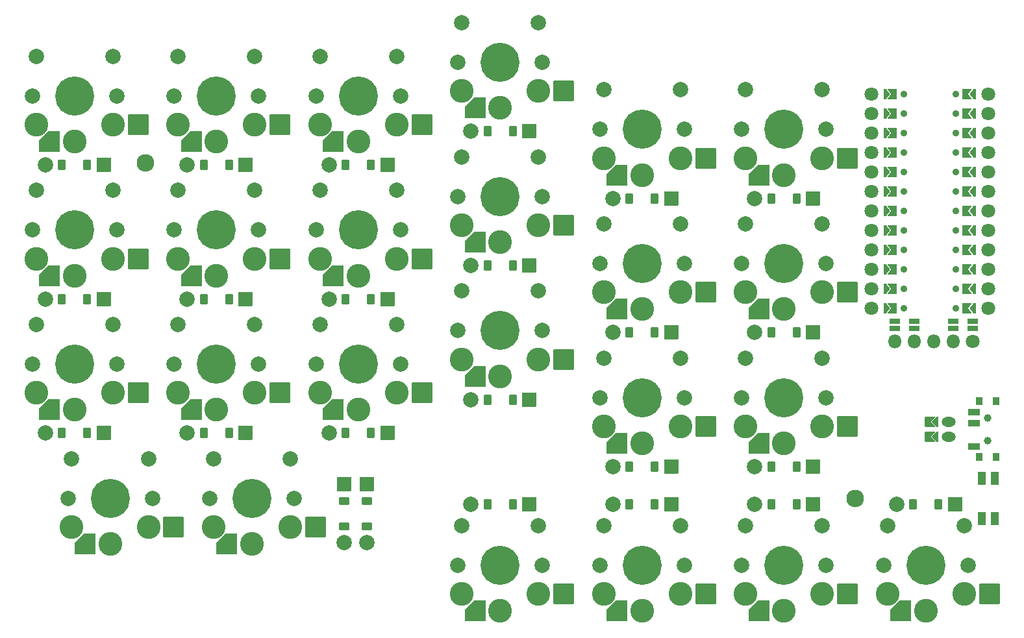
<source format=gbr>
%TF.GenerationSoftware,KiCad,Pcbnew,8.0.7*%
%TF.CreationDate,2025-01-06T08:36:51-06:00*%
%TF.ProjectId,omega_pcb_mbx_v0.3,6f6d6567-615f-4706-9362-5f6d62785f76,v1.0.0*%
%TF.SameCoordinates,Original*%
%TF.FileFunction,Soldermask,Top*%
%TF.FilePolarity,Negative*%
%FSLAX46Y46*%
G04 Gerber Fmt 4.6, Leading zero omitted, Abs format (unit mm)*
G04 Created by KiCad (PCBNEW 8.0.7) date 2025-01-06 08:36:51*
%MOMM*%
%LPD*%
G01*
G04 APERTURE LIST*
G04 Aperture macros list*
%AMRoundRect*
0 Rectangle with rounded corners*
0 $1 Rounding radius*
0 $2 $3 $4 $5 $6 $7 $8 $9 X,Y pos of 4 corners*
0 Add a 4 corners polygon primitive as box body*
4,1,4,$2,$3,$4,$5,$6,$7,$8,$9,$2,$3,0*
0 Add four circle primitives for the rounded corners*
1,1,$1+$1,$2,$3*
1,1,$1+$1,$4,$5*
1,1,$1+$1,$6,$7*
1,1,$1+$1,$8,$9*
0 Add four rect primitives between the rounded corners*
20,1,$1+$1,$2,$3,$4,$5,0*
20,1,$1+$1,$4,$5,$6,$7,0*
20,1,$1+$1,$6,$7,$8,$9,0*
20,1,$1+$1,$8,$9,$2,$3,0*%
%AMFreePoly0*
4,1,14,1.335355,1.335355,1.350000,1.300000,1.350000,-0.117000,1.335355,-0.152355,0.152355,-1.335355,0.117000,-1.350000,-1.300000,-1.350000,-1.335355,-1.335355,-1.350000,-1.300000,-1.350000,1.300000,-1.335355,1.335355,-1.300000,1.350000,1.300000,1.350000,1.335355,1.335355,1.335355,1.335355,$1*%
%AMFreePoly1*
4,1,16,-0.214645,0.660355,-0.210957,0.656235,0.289043,0.031235,0.299694,-0.005522,0.289043,-0.031235,-0.210957,-0.656235,-0.244478,-0.674694,-0.250000,-0.675000,-0.500000,-0.675000,-0.535355,-0.660355,-0.550000,-0.625000,-0.550000,0.625000,-0.535355,0.660355,-0.500000,0.675000,-0.250000,0.675000,-0.214645,0.660355,-0.214645,0.660355,$1*%
%AMFreePoly2*
4,1,16,0.535355,0.660355,0.550000,0.625000,0.550000,-0.625000,0.535355,-0.660355,0.500000,-0.675000,-0.650000,-0.675000,-0.685355,-0.660355,-0.700000,-0.625000,-0.689043,-0.593765,-0.214031,0.000000,-0.689043,0.593765,-0.699694,0.630522,-0.681235,0.664043,-0.650000,0.675000,0.500000,0.675000,0.535355,0.660355,0.535355,0.660355,$1*%
%AMFreePoly3*
4,1,16,0.635355,0.285355,0.650000,0.250000,0.650000,-1.000000,0.635355,-1.035355,0.600000,-1.050000,0.564645,-1.035355,0.000000,-0.470710,-0.564645,-1.035355,-0.600000,-1.050000,-0.635355,-1.035355,-0.650000,-1.000000,-0.650000,0.250000,-0.635355,0.285355,-0.600000,0.300000,0.600000,0.300000,0.635355,0.285355,0.635355,0.285355,$1*%
%AMFreePoly4*
4,1,14,0.035355,0.435355,0.635355,-0.164645,0.650000,-0.200000,0.650000,-0.400000,0.635355,-0.435355,0.600000,-0.450000,-0.600000,-0.450000,-0.635355,-0.435355,-0.650000,-0.400000,-0.650000,-0.200000,-0.635355,-0.164645,-0.035355,0.435355,0.000000,0.450000,0.035355,0.435355,0.035355,0.435355,$1*%
G04 Aperture macros list end*
%ADD10RoundRect,0.050000X0.889000X0.889000X-0.889000X0.889000X-0.889000X-0.889000X0.889000X-0.889000X0*%
%ADD11RoundRect,0.050000X0.450000X0.600000X-0.450000X0.600000X-0.450000X-0.600000X0.450000X-0.600000X0*%
%ADD12C,2.005000*%
%ADD13RoundRect,0.050000X-0.889000X0.889000X-0.889000X-0.889000X0.889000X-0.889000X0.889000X0.889000X0*%
%ADD14RoundRect,0.050000X-0.600000X0.450000X-0.600000X-0.450000X0.600000X-0.450000X0.600000X0.450000X0*%
%ADD15O,1.800000X1.800000*%
%ADD16C,1.800000*%
%ADD17RoundRect,0.050000X0.600000X-0.300000X0.600000X0.300000X-0.600000X0.300000X-0.600000X-0.300000X0*%
%ADD18C,2.300000*%
%ADD19C,2.000000*%
%ADD20C,3.100000*%
%ADD21C,5.100000*%
%ADD22FreePoly0,180.000000*%
%ADD23RoundRect,0.050000X1.300000X1.300000X-1.300000X1.300000X-1.300000X-1.300000X1.300000X-1.300000X0*%
%ADD24RoundRect,0.050000X0.500000X-0.775000X0.500000X0.775000X-0.500000X0.775000X-0.500000X-0.775000X0*%
%ADD25FreePoly1,180.000000*%
%ADD26FreePoly1,0.000000*%
%ADD27C,0.900000*%
%ADD28FreePoly2,180.000000*%
%ADD29FreePoly2,0.000000*%
%ADD30RoundRect,0.050000X0.400000X-0.500000X0.400000X0.500000X-0.400000X0.500000X-0.400000X-0.500000X0*%
%ADD31C,1.000000*%
%ADD32RoundRect,0.050000X0.750000X-0.350000X0.750000X0.350000X-0.750000X0.350000X-0.750000X-0.350000X0*%
%ADD33FreePoly3,90.000000*%
%ADD34O,1.850000X1.300000*%
%ADD35FreePoly4,90.000000*%
G04 APERTURE END LIST*
D10*
%TO.C,D4*%
X62310000Y-89000000D03*
D11*
X60150000Y-89000000D03*
X56850000Y-89000000D03*
D12*
X54690000Y-89000000D03*
%TD*%
D10*
%TO.C,D19*%
X99310000Y-98250000D03*
D11*
X97150000Y-98250000D03*
X93850000Y-98250000D03*
D12*
X91690000Y-98250000D03*
%TD*%
D10*
%TO.C,D18*%
X136310000Y-58375000D03*
D11*
X134150000Y-58375000D03*
X130850000Y-58375000D03*
D12*
X128690000Y-58375000D03*
%TD*%
D10*
%TO.C,D10*%
X99310000Y-84625000D03*
D11*
X97150000Y-84625000D03*
X93850000Y-84625000D03*
D12*
X91690000Y-84625000D03*
%TD*%
D10*
%TO.C,D8*%
X80810000Y-71500000D03*
D11*
X78650000Y-71500000D03*
X75350000Y-71500000D03*
D12*
X73190000Y-71500000D03*
%TD*%
D10*
%TO.C,D21*%
X136310000Y-98250000D03*
D11*
X134150000Y-98250000D03*
X130850000Y-98250000D03*
D12*
X128690000Y-98250000D03*
%TD*%
D10*
%TO.C,D14*%
X117810000Y-75875000D03*
D11*
X115650000Y-75875000D03*
X112350000Y-75875000D03*
D12*
X110190000Y-75875000D03*
%TD*%
D10*
%TO.C,D15*%
X117810000Y-58375000D03*
D11*
X115650000Y-58375000D03*
X112350000Y-58375000D03*
D12*
X110190000Y-58375000D03*
%TD*%
D10*
%TO.C,D1*%
X43810000Y-89000000D03*
D11*
X41650000Y-89000000D03*
X38350000Y-89000000D03*
D12*
X36190000Y-89000000D03*
%TD*%
D10*
%TO.C,D9*%
X80810000Y-54000000D03*
D11*
X78650000Y-54000000D03*
X75350000Y-54000000D03*
D12*
X73190000Y-54000000D03*
%TD*%
D10*
%TO.C,D12*%
X99310000Y-49625000D03*
D11*
X97150000Y-49625000D03*
X93850000Y-49625000D03*
D12*
X91690000Y-49625000D03*
%TD*%
D10*
%TO.C,D20*%
X117810000Y-98250000D03*
D11*
X115650000Y-98250000D03*
X112350000Y-98250000D03*
D12*
X110190000Y-98250000D03*
%TD*%
D10*
%TO.C,D16*%
X136310000Y-93375000D03*
D11*
X134150000Y-93375000D03*
X130850000Y-93375000D03*
D12*
X128690000Y-93375000D03*
%TD*%
D10*
%TO.C,D5*%
X62310000Y-71500000D03*
D11*
X60150000Y-71500000D03*
X56850000Y-71500000D03*
D12*
X54690000Y-71500000D03*
%TD*%
D10*
%TO.C,D7*%
X80810000Y-89000000D03*
D11*
X78650000Y-89000000D03*
X75350000Y-89000000D03*
D12*
X73190000Y-89000000D03*
%TD*%
D10*
%TO.C,D22*%
X154810000Y-98250000D03*
D11*
X152650000Y-98250000D03*
X149350000Y-98250000D03*
D12*
X147190000Y-98250000D03*
%TD*%
D13*
%TO.C,D24*%
X75125000Y-95690000D03*
D14*
X75125000Y-97850000D03*
X75125000Y-101150000D03*
D12*
X75125000Y-103310000D03*
%TD*%
D13*
%TO.C,D23*%
X78125000Y-95690000D03*
D14*
X78125000Y-97850000D03*
X78125000Y-101150000D03*
D12*
X78125000Y-103310000D03*
%TD*%
D10*
%TO.C,D3*%
X43810000Y-54000000D03*
D11*
X41650000Y-54000000D03*
X38350000Y-54000000D03*
D12*
X36190000Y-54000000D03*
%TD*%
D10*
%TO.C,D17*%
X136310000Y-75875000D03*
D11*
X134150000Y-75875000D03*
X130850000Y-75875000D03*
D12*
X128690000Y-75875000D03*
%TD*%
D15*
%TO.C,DISP1*%
X146920000Y-77075000D03*
X149460000Y-77075000D03*
X152000000Y-77075000D03*
X154540000Y-77075000D03*
D16*
X157080000Y-77075000D03*
D17*
X146920000Y-75325000D03*
X149460000Y-75325000D03*
X154540000Y-75325000D03*
X157080000Y-75325000D03*
X146920000Y-74425000D03*
X149460000Y-74425000D03*
X154540000Y-74425000D03*
X157080000Y-74425000D03*
%TD*%
D10*
%TO.C,D6*%
X62310000Y-54000000D03*
D11*
X60150000Y-54000000D03*
X56850000Y-54000000D03*
D12*
X54690000Y-54000000D03*
%TD*%
D10*
%TO.C,D13*%
X117810000Y-93375000D03*
D11*
X115650000Y-93375000D03*
X112350000Y-93375000D03*
D12*
X110190000Y-93375000D03*
%TD*%
D10*
%TO.C,D2*%
X43810000Y-71500000D03*
D11*
X41650000Y-71500000D03*
X38350000Y-71500000D03*
D12*
X36190000Y-71500000D03*
%TD*%
D18*
%TO.C,MH1*%
X49250000Y-53750000D03*
%TD*%
D10*
%TO.C,D11*%
X99310000Y-67125000D03*
D11*
X97150000Y-67125000D03*
X93850000Y-67125000D03*
D12*
X91690000Y-67125000D03*
%TD*%
D18*
%TO.C,MH2*%
X141750000Y-97500000D03*
%TD*%
D19*
%TO.C,S7*%
X82500000Y-80000000D03*
D20*
X82000000Y-83750000D03*
D19*
X82000000Y-74850000D03*
D20*
X77000000Y-85950000D03*
D21*
X77000000Y-80000000D03*
D20*
X72000000Y-83750000D03*
D19*
X72000000Y-74850000D03*
X71500000Y-80000000D03*
D22*
X73725000Y-85950000D03*
D23*
X85275000Y-83750000D03*
%TD*%
D19*
%TO.C,S14*%
X119500000Y-66875000D03*
D20*
X119000000Y-70625000D03*
D19*
X119000000Y-61725000D03*
D20*
X114000000Y-72825000D03*
D21*
X114000000Y-66875000D03*
D20*
X109000000Y-70625000D03*
D19*
X109000000Y-61725000D03*
X108500000Y-66875000D03*
D22*
X110725000Y-72825000D03*
D23*
X122275000Y-70625000D03*
%TD*%
D24*
%TO.C,RST1*%
X160000000Y-100125000D03*
X158300000Y-100125000D03*
X160000000Y-94875000D03*
X158300000Y-94875000D03*
%TD*%
D19*
%TO.C,S4*%
X64000000Y-80000000D03*
D20*
X63500000Y-83750000D03*
D19*
X63500000Y-74850000D03*
D20*
X58500000Y-85950000D03*
D21*
X58500000Y-80000000D03*
D20*
X53500000Y-83750000D03*
D19*
X53500000Y-74850000D03*
X53000000Y-80000000D03*
D22*
X55225000Y-85950000D03*
D23*
X66775000Y-83750000D03*
%TD*%
D19*
%TO.C,S13*%
X119500000Y-84375000D03*
D20*
X119000000Y-88125000D03*
D19*
X119000000Y-79225000D03*
D20*
X114000000Y-90325000D03*
D21*
X114000000Y-84375000D03*
D20*
X109000000Y-88125000D03*
D19*
X109000000Y-79225000D03*
X108500000Y-84375000D03*
D22*
X110725000Y-90325000D03*
D23*
X122275000Y-88125000D03*
%TD*%
D19*
%TO.C,S6*%
X64000000Y-45000000D03*
D20*
X63500000Y-48750000D03*
D19*
X63500000Y-39850000D03*
D20*
X58500000Y-50950000D03*
D21*
X58500000Y-45000000D03*
D20*
X53500000Y-48750000D03*
D19*
X53500000Y-39850000D03*
X53000000Y-45000000D03*
D22*
X55225000Y-50950000D03*
D23*
X66775000Y-48750000D03*
%TD*%
D25*
%TO.C,MCU1*%
X157000000Y-44775000D03*
D16*
X159120000Y-44775000D03*
D25*
X157000000Y-47315000D03*
D16*
X159120000Y-47315000D03*
D25*
X157000000Y-49855000D03*
D16*
X159120000Y-49855000D03*
D25*
X157000000Y-52395000D03*
D16*
X159120000Y-52395000D03*
D25*
X157000000Y-54935000D03*
D16*
X159120000Y-54935000D03*
D25*
X157000000Y-57475000D03*
D16*
X159120000Y-57475000D03*
D25*
X157000000Y-60015000D03*
D16*
X159120000Y-60015000D03*
D25*
X157000000Y-62555000D03*
D16*
X159120000Y-62555000D03*
D25*
X157000000Y-65095000D03*
D16*
X159120000Y-65095000D03*
D25*
X157000000Y-67635000D03*
D16*
X159120000Y-67635000D03*
D25*
X157000000Y-70175000D03*
D16*
X159120000Y-70175000D03*
D25*
X157000000Y-72715000D03*
D16*
X159120000Y-72715000D03*
X143880000Y-72715000D03*
D26*
X146000000Y-72715000D03*
D16*
X143880000Y-70175000D03*
D26*
X146000000Y-70175000D03*
D16*
X143880000Y-67635000D03*
D26*
X146000000Y-67635000D03*
D16*
X143880000Y-65095000D03*
D26*
X146000000Y-65095000D03*
D16*
X143880000Y-62555000D03*
D26*
X146000000Y-62555000D03*
D16*
X143880000Y-60015000D03*
D26*
X146000000Y-60015000D03*
D16*
X143880000Y-57475000D03*
D26*
X146000000Y-57475000D03*
D16*
X143880000Y-54935000D03*
D26*
X146000000Y-54935000D03*
D16*
X143880000Y-52395000D03*
D26*
X146000000Y-52395000D03*
D16*
X143880000Y-49855000D03*
D26*
X146000000Y-49855000D03*
D16*
X143880000Y-47315000D03*
D26*
X146000000Y-47315000D03*
D16*
X143880000Y-44775000D03*
D26*
X146000000Y-44775000D03*
D27*
X154900000Y-44775000D03*
D28*
X156275000Y-44775000D03*
D27*
X154900000Y-47315000D03*
D28*
X156275000Y-47315000D03*
D27*
X154900000Y-49855000D03*
D28*
X156275000Y-49855000D03*
D27*
X154900000Y-52395000D03*
D28*
X156275000Y-52395000D03*
D27*
X154900000Y-54935000D03*
D28*
X156275000Y-54935000D03*
D27*
X154900000Y-57475000D03*
D28*
X156275000Y-57475000D03*
D27*
X154900000Y-60015000D03*
D28*
X156275000Y-60015000D03*
D27*
X154900000Y-62555000D03*
D28*
X156275000Y-62555000D03*
D27*
X154900000Y-65095000D03*
D28*
X156275000Y-65095000D03*
D27*
X154900000Y-67635000D03*
D28*
X156275000Y-67635000D03*
D27*
X154900000Y-70175000D03*
D28*
X156275000Y-70175000D03*
D27*
X154900000Y-72715000D03*
D28*
X156275000Y-72715000D03*
D29*
X146725000Y-72715000D03*
D27*
X148100000Y-72715000D03*
D29*
X146725000Y-70175000D03*
D27*
X148100000Y-70175000D03*
D29*
X146725000Y-67635000D03*
D27*
X148100000Y-67635000D03*
D29*
X146725000Y-65095000D03*
D27*
X148100000Y-65095000D03*
D29*
X146725000Y-62555000D03*
D27*
X148100000Y-62555000D03*
D29*
X146725000Y-60015000D03*
D27*
X148100000Y-60015000D03*
D29*
X146725000Y-57475000D03*
D27*
X148100000Y-57475000D03*
D29*
X146725000Y-54935000D03*
D27*
X148100000Y-54935000D03*
D29*
X146725000Y-52395000D03*
D27*
X148100000Y-52395000D03*
D29*
X146725000Y-49855000D03*
D27*
X148100000Y-49855000D03*
D29*
X146725000Y-47315000D03*
D27*
X148100000Y-47315000D03*
D29*
X146725000Y-44775000D03*
D27*
X148100000Y-44775000D03*
%TD*%
D19*
%TO.C,S21*%
X101000000Y-106250000D03*
D20*
X100500000Y-110000000D03*
D19*
X100500000Y-101100000D03*
D20*
X95500000Y-112200000D03*
D21*
X95500000Y-106250000D03*
D20*
X90500000Y-110000000D03*
D19*
X90500000Y-101100000D03*
X90000000Y-106250000D03*
D22*
X92225000Y-112200000D03*
D23*
X103775000Y-110000000D03*
%TD*%
D19*
%TO.C,S8*%
X82500000Y-62500000D03*
D20*
X82000000Y-66250000D03*
D19*
X82000000Y-57350000D03*
D20*
X77000000Y-68450000D03*
D21*
X77000000Y-62500000D03*
D20*
X72000000Y-66250000D03*
D19*
X72000000Y-57350000D03*
X71500000Y-62500000D03*
D22*
X73725000Y-68450000D03*
D23*
X85275000Y-66250000D03*
%TD*%
D19*
%TO.C,S16*%
X138000000Y-84375000D03*
D20*
X137500000Y-88125000D03*
D19*
X137500000Y-79225000D03*
D20*
X132500000Y-90325000D03*
D21*
X132500000Y-84375000D03*
D20*
X127500000Y-88125000D03*
D19*
X127500000Y-79225000D03*
X127000000Y-84375000D03*
D22*
X129225000Y-90325000D03*
D23*
X140775000Y-88125000D03*
%TD*%
D19*
%TO.C,S9*%
X82500000Y-45000000D03*
D20*
X82000000Y-48750000D03*
D19*
X82000000Y-39850000D03*
D20*
X77000000Y-50950000D03*
D21*
X77000000Y-45000000D03*
D20*
X72000000Y-48750000D03*
D19*
X72000000Y-39850000D03*
X71500000Y-45000000D03*
D22*
X73725000Y-50950000D03*
D23*
X85275000Y-48750000D03*
%TD*%
D19*
%TO.C,S18*%
X138000000Y-49375000D03*
D20*
X137500000Y-53125000D03*
D19*
X137500000Y-44225000D03*
D20*
X132500000Y-55325000D03*
D21*
X132500000Y-49375000D03*
D20*
X127500000Y-53125000D03*
D19*
X127500000Y-44225000D03*
X127000000Y-49375000D03*
D22*
X129225000Y-55325000D03*
D23*
X140775000Y-53125000D03*
%TD*%
D19*
%TO.C,S20*%
X68625000Y-97500000D03*
D20*
X68125000Y-101250000D03*
D19*
X68125000Y-92350000D03*
D20*
X63125000Y-103450000D03*
D21*
X63125000Y-97500000D03*
D20*
X58125000Y-101250000D03*
D19*
X58125000Y-92350000D03*
X57625000Y-97500000D03*
D22*
X59850000Y-103450000D03*
D23*
X71400000Y-101250000D03*
%TD*%
D19*
%TO.C,S11*%
X101000000Y-58125000D03*
D20*
X100500000Y-61875000D03*
D19*
X100500000Y-52975000D03*
D20*
X95500000Y-64075000D03*
D21*
X95500000Y-58125000D03*
D20*
X90500000Y-61875000D03*
D19*
X90500000Y-52975000D03*
X90000000Y-58125000D03*
D22*
X92225000Y-64075000D03*
D23*
X103775000Y-61875000D03*
%TD*%
D19*
%TO.C,S3*%
X45500000Y-45000000D03*
D20*
X45000000Y-48750000D03*
D19*
X45000000Y-39850000D03*
D20*
X40000000Y-50950000D03*
D21*
X40000000Y-45000000D03*
D20*
X35000000Y-48750000D03*
D19*
X35000000Y-39850000D03*
X34500000Y-45000000D03*
D22*
X36725000Y-50950000D03*
D23*
X48275000Y-48750000D03*
%TD*%
D19*
%TO.C,S15*%
X119500000Y-49375000D03*
D20*
X119000000Y-53125000D03*
D19*
X119000000Y-44225000D03*
D20*
X114000000Y-55325000D03*
D21*
X114000000Y-49375000D03*
D20*
X109000000Y-53125000D03*
D19*
X109000000Y-44225000D03*
X108500000Y-49375000D03*
D22*
X110725000Y-55325000D03*
D23*
X122275000Y-53125000D03*
%TD*%
D19*
%TO.C,S1*%
X45500000Y-80000000D03*
D20*
X45000000Y-83750000D03*
D19*
X45000000Y-74850000D03*
D20*
X40000000Y-85950000D03*
D21*
X40000000Y-80000000D03*
D20*
X35000000Y-83750000D03*
D19*
X35000000Y-74850000D03*
X34500000Y-80000000D03*
D22*
X36725000Y-85950000D03*
D23*
X48275000Y-83750000D03*
%TD*%
D19*
%TO.C,S2*%
X45500000Y-62500000D03*
D20*
X45000000Y-66250000D03*
D19*
X45000000Y-57350000D03*
D20*
X40000000Y-68450000D03*
D21*
X40000000Y-62500000D03*
D20*
X35000000Y-66250000D03*
D19*
X35000000Y-57350000D03*
X34500000Y-62500000D03*
D22*
X36725000Y-68450000D03*
D23*
X48275000Y-66250000D03*
%TD*%
D19*
%TO.C,S24*%
X156500000Y-106250000D03*
D20*
X156000000Y-110000000D03*
D19*
X156000000Y-101100000D03*
D20*
X151000000Y-112200000D03*
D21*
X151000000Y-106250000D03*
D20*
X146000000Y-110000000D03*
D19*
X146000000Y-101100000D03*
X145500000Y-106250000D03*
D22*
X147725000Y-112200000D03*
D23*
X159275000Y-110000000D03*
%TD*%
D19*
%TO.C,S10*%
X101000000Y-75625000D03*
D20*
X100500000Y-79375000D03*
D19*
X100500000Y-70475000D03*
D20*
X95500000Y-81575000D03*
D21*
X95500000Y-75625000D03*
D20*
X90500000Y-79375000D03*
D19*
X90500000Y-70475000D03*
X90000000Y-75625000D03*
D22*
X92225000Y-81575000D03*
D23*
X103775000Y-79375000D03*
%TD*%
D19*
%TO.C,S19*%
X50125000Y-97500000D03*
D20*
X49625000Y-101250000D03*
D19*
X49625000Y-92350000D03*
D20*
X44625000Y-103450000D03*
D21*
X44625000Y-97500000D03*
D20*
X39625000Y-101250000D03*
D19*
X39625000Y-92350000D03*
X39125000Y-97500000D03*
D22*
X41350000Y-103450000D03*
D23*
X52900000Y-101250000D03*
%TD*%
D19*
%TO.C,S17*%
X138000000Y-66875000D03*
D20*
X137500000Y-70625000D03*
D19*
X137500000Y-61725000D03*
D20*
X132500000Y-72825000D03*
D21*
X132500000Y-66875000D03*
D20*
X127500000Y-70625000D03*
D19*
X127500000Y-61725000D03*
X127000000Y-66875000D03*
D22*
X129225000Y-72825000D03*
D23*
X140775000Y-70625000D03*
%TD*%
D30*
%TO.C,PWR1*%
X157915000Y-84850000D03*
X157915000Y-92150000D03*
D31*
X159025000Y-87000000D03*
X159025000Y-90000000D03*
D30*
X160125000Y-84850000D03*
X160125000Y-92150000D03*
D32*
X157265000Y-90750000D03*
X157265000Y-87750000D03*
X157265000Y-86250000D03*
%TD*%
D19*
%TO.C,S23*%
X138000000Y-106250000D03*
D20*
X137500000Y-110000000D03*
D19*
X137500000Y-101100000D03*
D20*
X132500000Y-112200000D03*
D21*
X132500000Y-106250000D03*
D20*
X127500000Y-110000000D03*
D19*
X127500000Y-101100000D03*
X127000000Y-106250000D03*
D22*
X129225000Y-112200000D03*
D23*
X140775000Y-110000000D03*
%TD*%
D19*
%TO.C,S22*%
X119500000Y-106250000D03*
D20*
X119000000Y-110000000D03*
D19*
X119000000Y-101100000D03*
D20*
X114000000Y-112200000D03*
D21*
X114000000Y-106250000D03*
D20*
X109000000Y-110000000D03*
D19*
X109000000Y-101100000D03*
X108500000Y-106250000D03*
D22*
X110725000Y-112200000D03*
D23*
X122275000Y-110000000D03*
%TD*%
D33*
%TO.C,JST1*%
X151184000Y-87500000D03*
X151184000Y-89500000D03*
D34*
X154000000Y-87500000D03*
X154000000Y-89500000D03*
D35*
X152200000Y-87500000D03*
X152200000Y-89500000D03*
%TD*%
D19*
%TO.C,S12*%
X101000000Y-40625000D03*
D20*
X100500000Y-44375000D03*
D19*
X100500000Y-35475000D03*
D20*
X95500000Y-46575000D03*
D21*
X95500000Y-40625000D03*
D20*
X90500000Y-44375000D03*
D19*
X90500000Y-35475000D03*
X90000000Y-40625000D03*
D22*
X92225000Y-46575000D03*
D23*
X103775000Y-44375000D03*
%TD*%
D19*
%TO.C,S5*%
X64000000Y-62500000D03*
D20*
X63500000Y-66250000D03*
D19*
X63500000Y-57350000D03*
D20*
X58500000Y-68450000D03*
D21*
X58500000Y-62500000D03*
D20*
X53500000Y-66250000D03*
D19*
X53500000Y-57350000D03*
X53000000Y-62500000D03*
D22*
X55225000Y-68450000D03*
D23*
X66775000Y-66250000D03*
%TD*%
M02*

</source>
